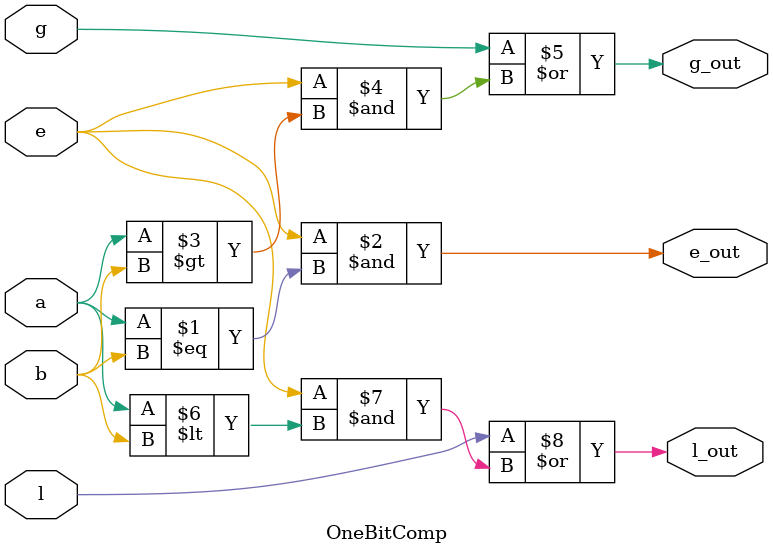
<source format=v>
module OneBitComp	(input g, e, l, a, b,
					output g_out, e_out, l_out);
		assign e_out = e & (a == b);
		assign g_out = g | (e & (a > b));
		assign l_out = l | (e & (a < b));
endmodule

</source>
